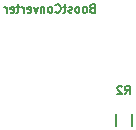
<source format=gbo>
G04 #@! TF.FileFunction,Legend,Bot*
%FSLAX46Y46*%
G04 Gerber Fmt 4.6, Leading zero omitted, Abs format (unit mm)*
G04 Created by KiCad (PCBNEW 4.0.4-stable) date 10/01/16 14:24:08*
%MOMM*%
%LPD*%
G01*
G04 APERTURE LIST*
%ADD10C,0.100000*%
%ADD11C,0.175000*%
%ADD12C,0.150000*%
G04 APERTURE END LIST*
D10*
D11*
X174474999Y-110725000D02*
X174374999Y-110758333D01*
X174341666Y-110791667D01*
X174308332Y-110858333D01*
X174308332Y-110958333D01*
X174341666Y-111025000D01*
X174374999Y-111058333D01*
X174441666Y-111091667D01*
X174708332Y-111091667D01*
X174708332Y-110391667D01*
X174474999Y-110391667D01*
X174408332Y-110425000D01*
X174374999Y-110458333D01*
X174341666Y-110525000D01*
X174341666Y-110591667D01*
X174374999Y-110658333D01*
X174408332Y-110691667D01*
X174474999Y-110725000D01*
X174708332Y-110725000D01*
X173908332Y-111091667D02*
X173974999Y-111058333D01*
X174008332Y-111025000D01*
X174041666Y-110958333D01*
X174041666Y-110758333D01*
X174008332Y-110691667D01*
X173974999Y-110658333D01*
X173908332Y-110625000D01*
X173808332Y-110625000D01*
X173741666Y-110658333D01*
X173708332Y-110691667D01*
X173674999Y-110758333D01*
X173674999Y-110958333D01*
X173708332Y-111025000D01*
X173741666Y-111058333D01*
X173808332Y-111091667D01*
X173908332Y-111091667D01*
X173274999Y-111091667D02*
X173341666Y-111058333D01*
X173374999Y-111025000D01*
X173408333Y-110958333D01*
X173408333Y-110758333D01*
X173374999Y-110691667D01*
X173341666Y-110658333D01*
X173274999Y-110625000D01*
X173174999Y-110625000D01*
X173108333Y-110658333D01*
X173074999Y-110691667D01*
X173041666Y-110758333D01*
X173041666Y-110958333D01*
X173074999Y-111025000D01*
X173108333Y-111058333D01*
X173174999Y-111091667D01*
X173274999Y-111091667D01*
X172775000Y-111058333D02*
X172708333Y-111091667D01*
X172575000Y-111091667D01*
X172508333Y-111058333D01*
X172475000Y-110991667D01*
X172475000Y-110958333D01*
X172508333Y-110891667D01*
X172575000Y-110858333D01*
X172675000Y-110858333D01*
X172741666Y-110825000D01*
X172775000Y-110758333D01*
X172775000Y-110725000D01*
X172741666Y-110658333D01*
X172675000Y-110625000D01*
X172575000Y-110625000D01*
X172508333Y-110658333D01*
X172274999Y-110625000D02*
X172008333Y-110625000D01*
X172174999Y-110391667D02*
X172174999Y-110991667D01*
X172141666Y-111058333D01*
X172074999Y-111091667D01*
X172008333Y-111091667D01*
X171374999Y-111025000D02*
X171408333Y-111058333D01*
X171508333Y-111091667D01*
X171574999Y-111091667D01*
X171674999Y-111058333D01*
X171741666Y-110991667D01*
X171774999Y-110925000D01*
X171808333Y-110791667D01*
X171808333Y-110691667D01*
X171774999Y-110558333D01*
X171741666Y-110491667D01*
X171674999Y-110425000D01*
X171574999Y-110391667D01*
X171508333Y-110391667D01*
X171408333Y-110425000D01*
X171374999Y-110458333D01*
X170974999Y-111091667D02*
X171041666Y-111058333D01*
X171074999Y-111025000D01*
X171108333Y-110958333D01*
X171108333Y-110758333D01*
X171074999Y-110691667D01*
X171041666Y-110658333D01*
X170974999Y-110625000D01*
X170874999Y-110625000D01*
X170808333Y-110658333D01*
X170774999Y-110691667D01*
X170741666Y-110758333D01*
X170741666Y-110958333D01*
X170774999Y-111025000D01*
X170808333Y-111058333D01*
X170874999Y-111091667D01*
X170974999Y-111091667D01*
X170441666Y-110625000D02*
X170441666Y-111091667D01*
X170441666Y-110691667D02*
X170408333Y-110658333D01*
X170341666Y-110625000D01*
X170241666Y-110625000D01*
X170175000Y-110658333D01*
X170141666Y-110725000D01*
X170141666Y-111091667D01*
X169875000Y-110625000D02*
X169708333Y-111091667D01*
X169541667Y-110625000D01*
X169008334Y-111058333D02*
X169075000Y-111091667D01*
X169208334Y-111091667D01*
X169275000Y-111058333D01*
X169308334Y-110991667D01*
X169308334Y-110725000D01*
X169275000Y-110658333D01*
X169208334Y-110625000D01*
X169075000Y-110625000D01*
X169008334Y-110658333D01*
X168975000Y-110725000D01*
X168975000Y-110791667D01*
X169308334Y-110858333D01*
X168675000Y-111091667D02*
X168675000Y-110625000D01*
X168675000Y-110758333D02*
X168641667Y-110691667D01*
X168608334Y-110658333D01*
X168541667Y-110625000D01*
X168475000Y-110625000D01*
X168341667Y-110625000D02*
X168075001Y-110625000D01*
X168241667Y-110391667D02*
X168241667Y-110991667D01*
X168208334Y-111058333D01*
X168141667Y-111091667D01*
X168075001Y-111091667D01*
X167575001Y-111058333D02*
X167641667Y-111091667D01*
X167775001Y-111091667D01*
X167841667Y-111058333D01*
X167875001Y-110991667D01*
X167875001Y-110725000D01*
X167841667Y-110658333D01*
X167775001Y-110625000D01*
X167641667Y-110625000D01*
X167575001Y-110658333D01*
X167541667Y-110725000D01*
X167541667Y-110791667D01*
X167875001Y-110858333D01*
X167241667Y-111091667D02*
X167241667Y-110625000D01*
X167241667Y-110758333D02*
X167208334Y-110691667D01*
X167175001Y-110658333D01*
X167108334Y-110625000D01*
X167041667Y-110625000D01*
D12*
X176475000Y-119700000D02*
X176475000Y-120700000D01*
X177825000Y-120700000D02*
X177825000Y-119700000D01*
X177266666Y-118016667D02*
X177500000Y-117683333D01*
X177666666Y-118016667D02*
X177666666Y-117316667D01*
X177400000Y-117316667D01*
X177333333Y-117350000D01*
X177300000Y-117383333D01*
X177266666Y-117450000D01*
X177266666Y-117550000D01*
X177300000Y-117616667D01*
X177333333Y-117650000D01*
X177400000Y-117683333D01*
X177666666Y-117683333D01*
X177000000Y-117383333D02*
X176966666Y-117350000D01*
X176900000Y-117316667D01*
X176733333Y-117316667D01*
X176666666Y-117350000D01*
X176633333Y-117383333D01*
X176600000Y-117450000D01*
X176600000Y-117516667D01*
X176633333Y-117616667D01*
X177033333Y-118016667D01*
X176600000Y-118016667D01*
M02*

</source>
